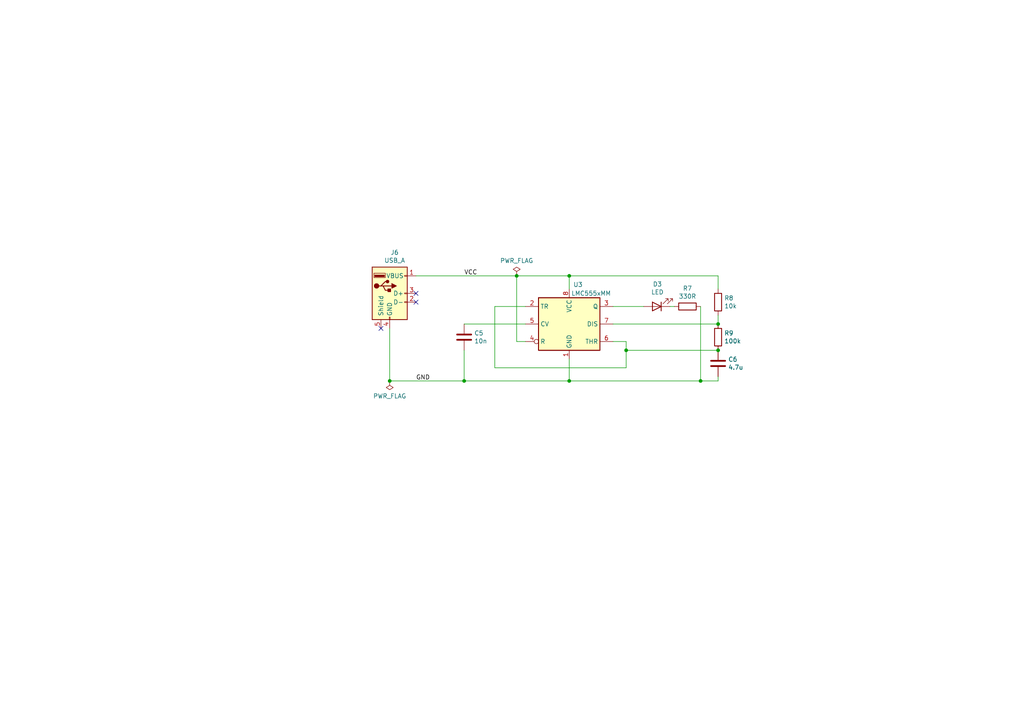
<source format=kicad_sch>
(kicad_sch (version 20211123) (generator eeschema)
  (paper "A4")
  (lib_symbols
    (symbol "Device:C" (pin_numbers hide) (pin_names (offset 0.254))
      (property "Reference" "C" (at 0.635 2.54 0))
      (property "Value" "Device_C" (at 0.635 -2.54 0))
      (symbol "C_0_1"
        (polyline (pts (xy -2.032 -0.762) (xy 2.032 -0.762)) (stroke (width 0.508)))
        (polyline (pts (xy -2.032 0.762) (xy 2.032 0.762)) (stroke (width 0.508)))
      )
      (symbol "C_1_1"
        (pin passive line (at 0 3.81 270) (length 2.794) (name "~") (number "1"))
        (pin passive line (at 0 -3.81 90) (length 2.794) (name "~") (number "2"))
      )
    )
    (symbol "Device:LED" (pin_numbers hide) (pin_names (offset 1.016) hide)
      (property "Reference" "D" (at 0 2.54 0))
      (property "Value" "Device_LED" (at 0 -2.54 0))
      (symbol "LED_0_1"
        (polyline (pts (xy -1.27 -1.27) (xy -1.27 1.27)) (stroke (width 0.254)))
        (polyline (pts (xy -1.27 0) (xy 1.27 0)))
        (polyline (pts (xy 1.27 -1.27) (xy 1.27 1.27) (xy -1.27 0) (xy 1.27 -1.27)) (stroke (width 0.254)))
        (polyline (pts (xy -3.048 -0.762) (xy -4.572 -2.286) (xy -3.81 -2.286) (xy -4.572 -2.286) (xy -4.572 -1.524)))
        (polyline (pts (xy -1.778 -0.762) (xy -3.302 -2.286) (xy -2.54 -2.286) (xy -3.302 -2.286) (xy -3.302 -1.524)))
      )
      (symbol "LED_1_1"
        (pin passive line (at -3.81 0 0) (length 2.54) (name "K") (number "1"))
        (pin passive line (at 3.81 0 180) (length 2.54) (name "A") (number "2"))
      )
    )
    (symbol "Device:R" (pin_numbers hide) (pin_names (offset 0))
      (property "Reference" "R" (at 2.032 0 90))
      (property "Value" "Device_R" (at 0 0 90))
      (symbol "R_0_1"
        (rectangle (start -1.016 -2.54) (end 1.016 2.54) (stroke (width 0.254)))
      )
      (symbol "R_1_1"
        (pin passive line (at 0 3.81 270) (length 1.27) (name "~") (number "1"))
        (pin passive line (at 0 -3.81 90) (length 1.27) (name "~") (number "2"))
      )
    )
    (symbol "Timer:LMC555xMM"
      (property "Reference" "U" (at -10.16 8.89 0))
      (property "Value" "Timer_LMC555xMM" (at 2.54 8.89 0))
      (symbol "LMC555xMM_0_0"
        (pin power_in line (at 0 -10.16 90) (length 2.54) (name "GND") (number "1"))
        (pin power_in line (at 0 10.16 270) (length 2.54) (name "VCC") (number "8"))
      )
      (symbol "LMC555xMM_0_1"
        (rectangle (start -8.89 -7.62) (end 8.89 7.62) (stroke (width 0.254)) (fill (type background)))
        (rectangle (start -8.89 -7.62) (end 8.89 7.62) (stroke (width 0.254)) (fill (type background)))
      )
      (symbol "LMC555xMM_1_1"
        (pin input line (at -12.7 5.08 0) (length 3.81) (name "TR") (number "2"))
        (pin output line (at 12.7 5.08 180) (length 3.81) (name "Q") (number "3"))
        (pin input inverted (at -12.7 -5.08 0) (length 3.81) (name "R") (number "4"))
        (pin input line (at -12.7 0 0) (length 3.81) (name "CV") (number "5"))
        (pin input line (at 12.7 -5.08 180) (length 3.81) (name "THR") (number "6"))
        (pin input line (at 12.7 0 180) (length 3.81) (name "DIS") (number "7"))
      )
    )
    (symbol "power:PWR_FLAG" (power) (pin_numbers hide) (pin_names (offset 0) hide)
      (property "Value" "power_PWR_FLAG" (at 0 3.81 0))
      (symbol "PWR_FLAG_0_0"
        (pin power_out line (at 0 0 90) (length 0) (name "pwr") (number "1"))
      )
      (symbol "PWR_FLAG_0_1"
        (polyline (pts (xy 0 0) (xy 0 1.27) (xy -1.016 1.905) (xy 0 2.54) (xy 1.016 1.905) (xy 0 1.27)))
      )
    )
    (symbol "solderingChallenge-rescue:USB_A-Connector" (pin_names (offset 1.016))
      (property "Reference" "J" (at -5.08 11.43 0))
      (property "Value" "USB_A-Connector" (at -5.08 8.89 0))
      (symbol "USB_A-Connector_0_1"
        (rectangle (start -5.08 -7.62) (end 5.08 7.62) (stroke (width 0.254)) (fill (type background)))
        (circle (center -3.81 2.159) (radius 0.635) (stroke (width 0.254)) (fill (type outline)))
        (rectangle (start -1.524 4.826) (end -4.318 5.334) (fill (type outline)))
        (rectangle (start -1.27 4.572) (end -4.572 5.842))
        (circle (center -0.635 3.429) (radius 0.381) (stroke (width 0.254)) (fill (type outline)))
        (rectangle (start -0.127 -7.62) (end 0.127 -6.858))
        (polyline (pts (xy -3.175 2.159) (xy -2.54 2.159) (xy -1.27 3.429) (xy -0.635 3.429)) (stroke (width 0.254)))
        (polyline (pts (xy -2.54 2.159) (xy -1.905 2.159) (xy -1.27 0.889) (xy 0 0.889)) (stroke (width 0.254)))
        (polyline (pts (xy 0.635 2.794) (xy 0.635 1.524) (xy 1.905 2.159) (xy 0.635 2.794)) (stroke (width 0.254)) (fill (type outline)))
        (rectangle (start 0.254 1.27) (end -0.508 0.508) (stroke (width 0.254)) (fill (type outline)))
        (rectangle (start 5.08 -2.667) (end 4.318 -2.413))
        (rectangle (start 5.08 -0.127) (end 4.318 0.127))
        (rectangle (start 5.08 4.953) (end 4.318 5.207))
      )
      (symbol "USB_A-Connector_1_1"
        (polyline (pts (xy -1.905 2.159) (xy 0.635 2.159)) (stroke (width 0.254)))
        (pin power_in line (at 7.62 5.08 180) (length 2.54) (name "VBUS") (number "1"))
        (pin passive line (at 7.62 -2.54 180) (length 2.54) (name "D-") (number "2"))
        (pin passive line (at 7.62 0 180) (length 2.54) (name "D+") (number "3"))
        (pin power_in line (at 0 -10.16 90) (length 2.54) (name "GND") (number "4"))
        (pin passive line (at -2.54 -10.16 90) (length 2.54) (name "Shield") (number "5"))
      )
    )
  )
  (junction (at 165.1 80.01))
  (junction (at 134.62 110.49))
  (junction (at 208.28 93.98))
  (junction (at 165.1 110.49))
  (junction (at 113.03 110.49))
  (junction (at 181.61 101.6))
  (junction (at 149.86 80.01))
  (junction (at 203.2 110.49))
  (junction (at 208.28 101.6))
  (no_connect (at 120.65 87.63))
  (no_connect (at 120.65 85.09))
  (no_connect (at 110.49 95.25))
  (wire (pts (xy 177.8 88.9) (xy 186.69 88.9)))
  (wire (pts (xy 134.62 110.49) (xy 165.1 110.49)))
  (wire (pts (xy 165.1 110.49) (xy 165.1 104.14)))
  (wire (pts (xy 181.61 101.6) (xy 181.61 99.06)))
  (wire (pts (xy 208.28 101.6) (xy 181.61 101.6)))
  (wire (pts (xy 208.28 110.49) (xy 208.28 109.22)))
  (wire (pts (xy 195.58 88.9) (xy 194.31 88.9)))
  (wire (pts (xy 177.8 93.98) (xy 208.28 93.98)))
  (wire (pts (xy 143.51 88.9) (xy 143.51 106.68)))
  (wire (pts (xy 165.1 83.82) (xy 165.1 80.01)))
  (wire (pts (xy 149.86 80.01) (xy 165.1 80.01)))
  (wire (pts (xy 181.61 99.06) (xy 177.8 99.06)))
  (wire (pts (xy 152.4 88.9) (xy 143.51 88.9)))
  (wire (pts (xy 165.1 80.01) (xy 208.28 80.01)))
  (wire (pts (xy 165.1 110.49) (xy 203.2 110.49)))
  (wire (pts (xy 203.2 110.49) (xy 208.28 110.49)))
  (wire (pts (xy 143.51 106.68) (xy 181.61 106.68)))
  (wire (pts (xy 134.62 110.49) (xy 113.03 110.49)))
  (wire (pts (xy 208.28 80.01) (xy 208.28 83.82)))
  (wire (pts (xy 208.28 91.44) (xy 208.28 93.98)))
  (wire (pts (xy 134.62 101.6) (xy 134.62 110.49)))
  (wire (pts (xy 203.2 88.9) (xy 203.2 110.49)))
  (wire (pts (xy 113.03 110.49) (xy 113.03 95.25)))
  (wire (pts (xy 134.62 93.98) (xy 152.4 93.98)))
  (wire (pts (xy 149.86 99.06) (xy 149.86 80.01)))
  (wire (pts (xy 152.4 99.06) (xy 149.86 99.06)))
  (wire (pts (xy 120.65 80.01) (xy 149.86 80.01)))
  (wire (pts (xy 181.61 106.68) (xy 181.61 101.6)))
  (label "VCC" (at 134.62 80.01 0))
  (label "GND" (at 120.65 110.49 0))
  (symbol (lib_id "Device:R") (at 208.28 97.79 0) (unit 1)
    (property "Reference" "R9" (at 210.058 96.6216 0) (effects (justify left)))
    (property "Value" "100k" (at 210.058 98.933 0) (effects (justify left)))
    (property "Footprint" "Resistor_SMD:R_0603_1608Metric_Pad1.05x0.95mm_HandSolder" (effects hide))
  )
  (symbol (lib_id "Device:C") (at 134.62 97.79 0) (unit 1)
    (property "Reference" "C5" (at 137.541 96.6216 0) (effects (justify left)))
    (property "Value" "10n" (at 137.541 98.933 0) (effects (justify left)))
    (property "Footprint" "Capacitor_SMD:C_0603_1608Metric_Pad1.05x0.95mm_HandSolder" (effects hide))
  )
  (symbol (lib_id "Device:R") (at 208.28 87.63 0) (unit 1)
    (property "Reference" "R8" (at 210.058 86.4616 0) (effects (justify left)))
    (property "Value" "10k" (at 210.058 88.773 0) (effects (justify left)))
    (property "Footprint" "Resistor_SMD:R_0603_1608Metric_Pad1.05x0.95mm_HandSolder" (effects hide))
  )
  (symbol (lib_id "Device:C") (at 208.28 105.41 0) (unit 1)
    (property "Reference" "C6" (at 211.201 104.2416 0) (effects (justify left)))
    (property "Value" "4.7u" (at 211.201 106.553 0) (effects (justify left)))
    (property "Footprint" "Capacitor_SMD:C_0603_1608Metric_Pad1.05x0.95mm_HandSolder" (effects hide))
  )
  (symbol (lib_id "solderingChallenge-rescue:USB_A-Connector") (at 113.03 85.09 0) (unit 1)
    (property "Reference" "J6" (at 114.4778 73.2282 0))
    (property "Value" "USB_A" (at 114.4778 75.5396 0))
    (property "Footprint" "RoboCamp:usb-PCB" (effects hide))
    (property "Datasheet" " ~" (effects hide))
  )
  (symbol (lib_id "Device:R") (at 199.39 88.9 270) (unit 1)
    (property "Reference" "R7" (at 199.39 83.6422 90))
    (property "Value" "330R" (at 199.39 85.9536 90))
    (property "Footprint" "Resistor_SMD:R_0603_1608Metric_Pad1.05x0.95mm_HandSolder" (effects hide))
  )
  (symbol (lib_id "Device:LED") (at 190.5 88.9 180) (unit 1)
    (property "Reference" "D3" (at 190.6778 82.423 0))
    (property "Value" "LED" (at 190.6778 84.7344 0))
    (property "Footprint" "LED_SMD:LED_0603_1608Metric_Pad1.05x0.95mm_HandSolder" (effects hide))
  )
  (symbol (lib_id "power:PWR_FLAG") (at 149.86 80.01 0) (unit 1)
    (property "Reference" "#FLG05" (effects hide))
    (property "Value" "PWR_FLAG" (at 149.86 75.6158 0))
  )
  (symbol (lib_id "power:PWR_FLAG") (at 113.03 110.49 180) (unit 1)
    (property "Reference" "#FLG06" (effects hide))
    (property "Value" "PWR_FLAG" (at 113.03 114.8842 0))
  )
  (symbol (lib_id "Timer:LMC555xMM") (at 165.1 93.98 0) (unit 1)
    (property "Reference" "U3" (at 167.64 82.55 0))
    (property "Value" "LMC555xMM" (at 171.45 85.09 0))
    (property "Footprint" "Package_SO:VSSOP-8_3.0x3.0mm_P0.65mm" (effects hide))
    (property "Datasheet" "http://www.ti.com/lit/ds/symlink/lmc555.pdf" (effects hide))
  )
)
</source>
